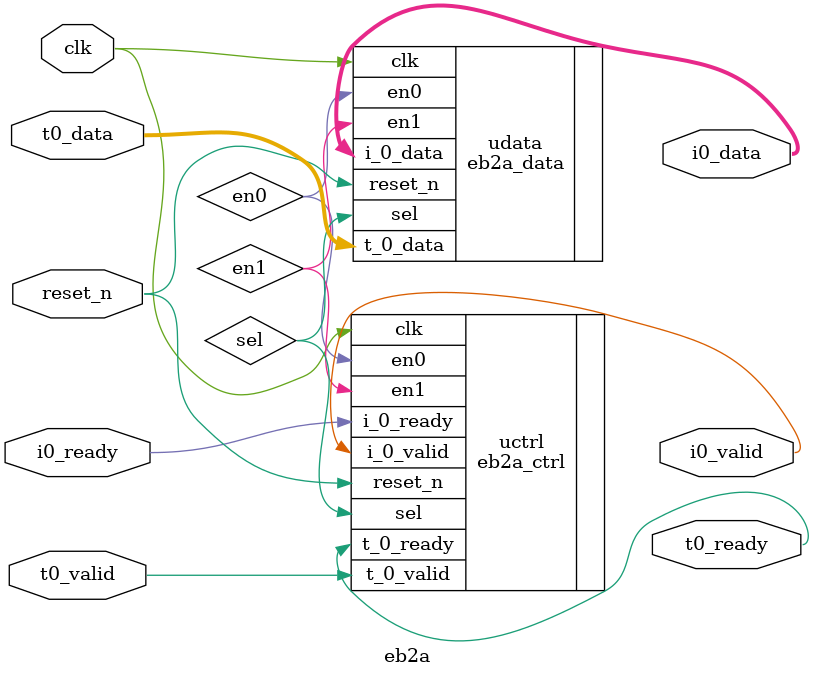
<source format=v>
module eb2a #(
    parameter T_0_WIDTH = 8,
    parameter I_0_WIDTH = 8
) (
    input        [T_0_WIDTH-1:0] t0_data,
    input                        t0_valid,
    output wire                 t0_ready,

    output wire [I_0_WIDTH-1:0] i0_data,
    output wire                 i0_valid,
    input                        i0_ready,

    input clk, reset_n
);

wire en0, en1, sel;

eb2a_data #(
    .T_0_WIDTH(T_0_WIDTH),
    .I_0_WIDTH(I_0_WIDTH)
) udata (
    .t_0_data(t0_data),
    .i_0_data(i0_data),
    .en0(en0), .en1(en1), .sel(sel),
    .clk(clk), .reset_n(reset_n)
);

eb2a_ctrl uctrl (
    .t_0_valid(t0_valid), .t_0_ready(t0_ready),
    .i_0_valid(i0_valid), .i_0_ready(i0_ready),
    .en0(en0), .en1(en1), .sel(sel),
    .clk(clk), .reset_n(reset_n)
);

endmodule

</source>
